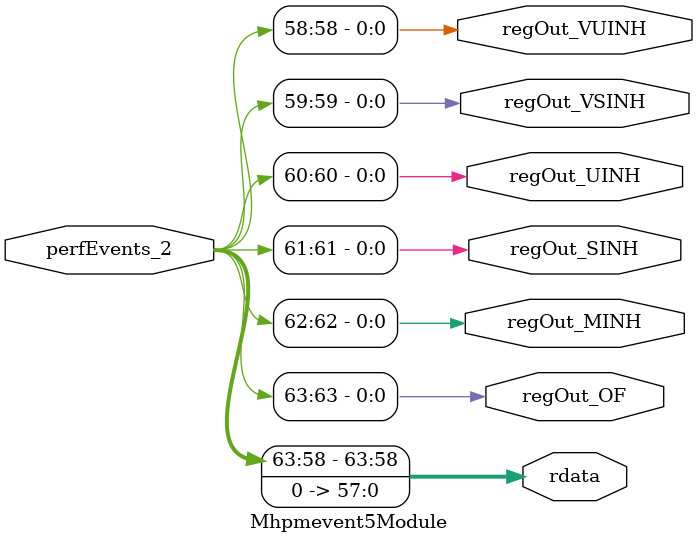
<source format=sv>
`ifndef RANDOMIZE
  `ifdef RANDOMIZE_MEM_INIT
    `define RANDOMIZE
  `endif // RANDOMIZE_MEM_INIT
`endif // not def RANDOMIZE
`ifndef RANDOMIZE
  `ifdef RANDOMIZE_REG_INIT
    `define RANDOMIZE
  `endif // RANDOMIZE_REG_INIT
`endif // not def RANDOMIZE

`ifndef RANDOM
  `define RANDOM $random
`endif // not def RANDOM

// Users can define INIT_RANDOM as general code that gets injected into the
// initializer block for modules with registers.
`ifndef INIT_RANDOM
  `define INIT_RANDOM
`endif // not def INIT_RANDOM

// If using random initialization, you can also define RANDOMIZE_DELAY to
// customize the delay used, otherwise 0.002 is used.
`ifndef RANDOMIZE_DELAY
  `define RANDOMIZE_DELAY 0.002
`endif // not def RANDOMIZE_DELAY

// Define INIT_RANDOM_PROLOG_ for use in our modules below.
`ifndef INIT_RANDOM_PROLOG_
  `ifdef RANDOMIZE
    `ifdef VERILATOR
      `define INIT_RANDOM_PROLOG_ `INIT_RANDOM
    `else  // VERILATOR
      `define INIT_RANDOM_PROLOG_ `INIT_RANDOM #`RANDOMIZE_DELAY begin end
    `endif // VERILATOR
  `else  // RANDOMIZE
    `define INIT_RANDOM_PROLOG_
  `endif // RANDOMIZE
`endif // not def INIT_RANDOM_PROLOG_

// Include register initializers in init blocks unless synthesis is set
`ifndef SYNTHESIS
  `ifndef ENABLE_INITIAL_REG_
    `define ENABLE_INITIAL_REG_
  `endif // not def ENABLE_INITIAL_REG_
`endif // not def SYNTHESIS

// Include rmemory initializers in init blocks unless synthesis is set
`ifndef SYNTHESIS
  `ifndef ENABLE_INITIAL_MEM_
    `define ENABLE_INITIAL_MEM_
  `endif // not def ENABLE_INITIAL_MEM_
`endif // not def SYNTHESIS

module Mhpmevent5Module(
  output [63:0] rdata,
  output        regOut_OF,
  output        regOut_MINH,
  output        regOut_SINH,
  output        regOut_UINH,
  output        regOut_VSINH,
  output        regOut_VUINH,
  input  [63:0] perfEvents_2
);

  assign rdata = {perfEvents_2[63:58], 58'h0};
  assign regOut_OF = perfEvents_2[63];
  assign regOut_MINH = perfEvents_2[62];
  assign regOut_SINH = perfEvents_2[61];
  assign regOut_UINH = perfEvents_2[60];
  assign regOut_VSINH = perfEvents_2[59];
  assign regOut_VUINH = perfEvents_2[58];
endmodule


</source>
